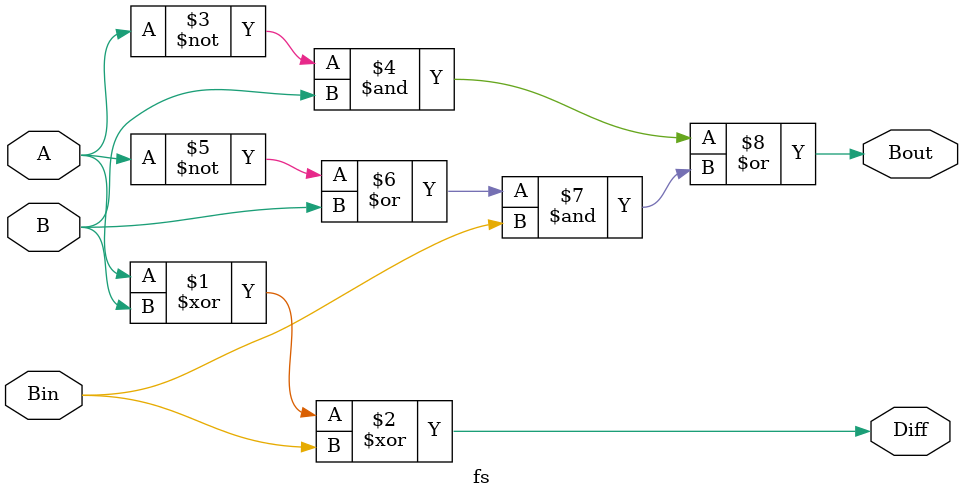
<source format=v>
`timescale 1ns / 1ps
module fs (
    input A, B, Bin,
    output Diff, Bout
);
    assign Diff = A ^ B ^ Bin;
    assign Bout = (~A & B) | ((~A | B) & Bin);
endmodule

</source>
